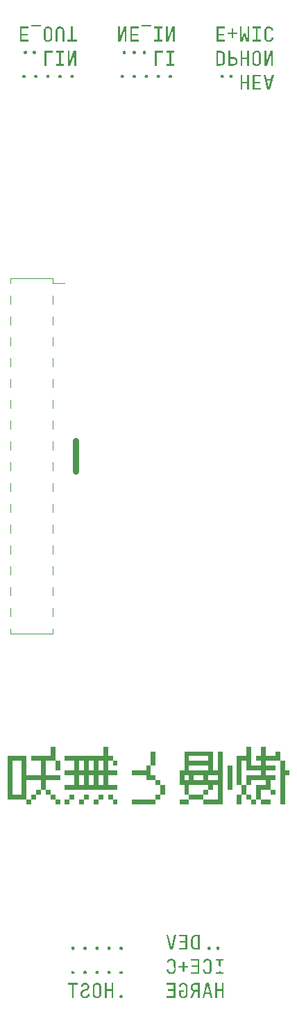
<source format=gbr>
%TF.GenerationSoftware,KiCad,Pcbnew,8.0.1*%
%TF.CreationDate,2024-03-28T17:00:14+01:00*%
%TF.ProjectId,KLST_CATERPILLAR,4b4c5354-5f43-4415-9445-5250494c4c41,rev?*%
%TF.SameCoordinates,Original*%
%TF.FileFunction,Legend,Bot*%
%TF.FilePolarity,Positive*%
%FSLAX46Y46*%
G04 Gerber Fmt 4.6, Leading zero omitted, Abs format (unit mm)*
G04 Created by KiCad (PCBNEW 8.0.1) date 2024-03-28 17:00:14*
%MOMM*%
%LPD*%
G01*
G04 APERTURE LIST*
%ADD10C,0.150000*%
%ADD11C,0.062500*%
%ADD12C,0.120000*%
%ADD13C,0.750000*%
%ADD14C,1.600000*%
%ADD15C,0.650000*%
%ADD16O,1.000000X2.100000*%
%ADD17O,1.000000X1.600000*%
%ADD18C,1.500000*%
%ADD19R,3.500000X1.020000*%
%ADD20C,0.990000*%
%ADD21C,0.787000*%
G04 APERTURE END LIST*
D10*
G36*
X66932989Y-166159856D02*
G01*
X67019708Y-166144174D01*
X67079596Y-166104290D01*
X67124180Y-166031020D01*
X67134734Y-165959821D01*
X67120949Y-165875084D01*
X67079596Y-165808085D01*
X67005860Y-165760736D01*
X66932989Y-165749528D01*
X66846390Y-165766054D01*
X66786810Y-165808085D01*
X66741880Y-165884706D01*
X66731245Y-165959821D01*
X66746927Y-166044660D01*
X66786810Y-166104290D01*
X66860200Y-166149220D01*
X66932989Y-166159856D01*
G37*
G36*
X65464357Y-166159856D02*
G01*
X65551076Y-166144174D01*
X65610964Y-166104290D01*
X65655548Y-166031020D01*
X65666101Y-165959821D01*
X65652317Y-165875084D01*
X65610964Y-165808085D01*
X65537228Y-165760736D01*
X65464357Y-165749528D01*
X65377758Y-165766054D01*
X65318178Y-165808085D01*
X65273248Y-165884706D01*
X65262612Y-165959821D01*
X65278294Y-166044660D01*
X65318178Y-166104290D01*
X65391568Y-166149220D01*
X65464357Y-166159856D01*
G37*
G36*
X63995725Y-166159856D02*
G01*
X64082444Y-166144174D01*
X64142331Y-166104290D01*
X64186916Y-166031020D01*
X64197469Y-165959821D01*
X64183685Y-165875084D01*
X64142331Y-165808085D01*
X64068596Y-165760736D01*
X63995725Y-165749528D01*
X63909126Y-165766054D01*
X63849545Y-165808085D01*
X63804616Y-165884706D01*
X63793980Y-165959821D01*
X63809662Y-166044660D01*
X63849545Y-166104290D01*
X63922936Y-166149220D01*
X63995725Y-166159856D01*
G37*
G36*
X62527092Y-166159856D02*
G01*
X62613812Y-166144174D01*
X62673699Y-166104290D01*
X62718283Y-166031020D01*
X62728837Y-165959821D01*
X62715053Y-165875084D01*
X62673699Y-165808085D01*
X62599963Y-165760736D01*
X62527092Y-165749528D01*
X62440494Y-165766054D01*
X62380913Y-165808085D01*
X62335983Y-165884706D01*
X62325348Y-165959821D01*
X62341030Y-166044660D01*
X62380913Y-166104290D01*
X62454303Y-166149220D01*
X62527092Y-166159856D01*
G37*
G36*
X61058460Y-166159856D02*
G01*
X61145179Y-166144174D01*
X61205067Y-166104290D01*
X61249651Y-166031020D01*
X61260205Y-165959821D01*
X61246420Y-165875084D01*
X61205067Y-165808085D01*
X61131331Y-165760736D01*
X61058460Y-165749528D01*
X60971862Y-165766054D01*
X60912281Y-165808085D01*
X60867351Y-165884706D01*
X60856716Y-165959821D01*
X60872398Y-166044660D01*
X60912281Y-166104290D01*
X60985671Y-166149220D01*
X61058460Y-166159856D01*
G37*
G36*
X66932989Y-169099856D02*
G01*
X67019708Y-169084174D01*
X67079596Y-169044290D01*
X67124180Y-168971020D01*
X67134734Y-168899821D01*
X67120949Y-168815084D01*
X67079596Y-168748085D01*
X67005860Y-168700736D01*
X66932989Y-168689528D01*
X66846390Y-168706054D01*
X66786810Y-168748085D01*
X66741880Y-168824706D01*
X66731245Y-168899821D01*
X66746927Y-168984660D01*
X66786810Y-169044290D01*
X66860200Y-169089220D01*
X66932989Y-169099856D01*
G37*
G36*
X65464357Y-169099856D02*
G01*
X65551076Y-169084174D01*
X65610964Y-169044290D01*
X65655548Y-168971020D01*
X65666101Y-168899821D01*
X65652317Y-168815084D01*
X65610964Y-168748085D01*
X65537228Y-168700736D01*
X65464357Y-168689528D01*
X65377758Y-168706054D01*
X65318178Y-168748085D01*
X65273248Y-168824706D01*
X65262612Y-168899821D01*
X65278294Y-168984660D01*
X65318178Y-169044290D01*
X65391568Y-169089220D01*
X65464357Y-169099856D01*
G37*
G36*
X63995725Y-169099856D02*
G01*
X64082444Y-169084174D01*
X64142331Y-169044290D01*
X64186916Y-168971020D01*
X64197469Y-168899821D01*
X64183685Y-168815084D01*
X64142331Y-168748085D01*
X64068596Y-168700736D01*
X63995725Y-168689528D01*
X63909126Y-168706054D01*
X63849545Y-168748085D01*
X63804616Y-168824706D01*
X63793980Y-168899821D01*
X63809662Y-168984660D01*
X63849545Y-169044290D01*
X63922936Y-169089220D01*
X63995725Y-169099856D01*
G37*
G36*
X62527092Y-169099856D02*
G01*
X62613812Y-169084174D01*
X62673699Y-169044290D01*
X62718283Y-168971020D01*
X62728837Y-168899821D01*
X62715053Y-168815084D01*
X62673699Y-168748085D01*
X62599963Y-168700736D01*
X62527092Y-168689528D01*
X62440494Y-168706054D01*
X62380913Y-168748085D01*
X62335983Y-168824706D01*
X62325348Y-168899821D01*
X62341030Y-168984660D01*
X62380913Y-169044290D01*
X62454303Y-169089220D01*
X62527092Y-169099856D01*
G37*
G36*
X61058460Y-169099856D02*
G01*
X61145179Y-169084174D01*
X61205067Y-169044290D01*
X61249651Y-168971020D01*
X61260205Y-168899821D01*
X61246420Y-168815084D01*
X61205067Y-168748085D01*
X61131331Y-168700736D01*
X61058460Y-168689528D01*
X60971862Y-168706054D01*
X60912281Y-168748085D01*
X60867351Y-168824706D01*
X60856716Y-168899821D01*
X60872398Y-168984660D01*
X60912281Y-169044290D01*
X60985671Y-169089220D01*
X61058460Y-169099856D01*
G37*
G36*
X66932989Y-172039856D02*
G01*
X67019708Y-172024174D01*
X67079596Y-171984290D01*
X67124180Y-171911020D01*
X67134734Y-171839821D01*
X67120949Y-171755084D01*
X67079596Y-171688085D01*
X67005860Y-171640736D01*
X66932989Y-171629528D01*
X66846390Y-171646054D01*
X66786810Y-171688085D01*
X66741880Y-171764706D01*
X66731245Y-171839821D01*
X66746927Y-171924660D01*
X66786810Y-171984290D01*
X66860200Y-172029220D01*
X66932989Y-172039856D01*
G37*
G36*
X65973847Y-172012501D02*
G01*
X65973847Y-170207057D01*
X65752441Y-170207057D01*
X65752441Y-170973003D01*
X65176272Y-170973003D01*
X65176272Y-170207057D01*
X64954866Y-170207057D01*
X64954866Y-172012501D01*
X65176272Y-172012501D01*
X65176272Y-171172183D01*
X65752441Y-171172183D01*
X65752441Y-172012501D01*
X65973847Y-172012501D01*
G37*
G36*
X64054422Y-170181913D02*
G01*
X64149590Y-170196420D01*
X64235144Y-170224467D01*
X64311086Y-170266053D01*
X64377415Y-170321180D01*
X64425060Y-170378371D01*
X64468186Y-170455958D01*
X64497896Y-170545244D01*
X64512682Y-170631086D01*
X64517611Y-170725524D01*
X64517611Y-171494034D01*
X64514188Y-171573216D01*
X64501044Y-171660411D01*
X64473252Y-171751351D01*
X64432042Y-171830673D01*
X64377415Y-171898378D01*
X64331018Y-171939136D01*
X64257823Y-171984591D01*
X64175015Y-172016506D01*
X64082594Y-172034882D01*
X63995725Y-172039856D01*
X63937034Y-172037645D01*
X63841910Y-172023138D01*
X63756440Y-171995091D01*
X63680624Y-171953505D01*
X63614462Y-171898378D01*
X63566672Y-171841056D01*
X63523414Y-171763394D01*
X63493614Y-171674113D01*
X63478783Y-171588341D01*
X63475206Y-171520107D01*
X63695245Y-171520107D01*
X63701398Y-171601082D01*
X63725632Y-171684899D01*
X63773036Y-171757328D01*
X63821929Y-171797618D01*
X63903845Y-171830827D01*
X63995725Y-171840676D01*
X64055135Y-171836687D01*
X64142800Y-171811292D01*
X64217558Y-171757328D01*
X64262334Y-171691693D01*
X64288524Y-171609390D01*
X64296204Y-171520107D01*
X64296204Y-170699451D01*
X64289983Y-170618476D01*
X64265483Y-170534659D01*
X64217558Y-170462230D01*
X64168042Y-170421940D01*
X64086347Y-170388731D01*
X63995725Y-170378882D01*
X63935397Y-170382871D01*
X63847111Y-170408266D01*
X63773036Y-170462230D01*
X63728747Y-170527865D01*
X63702842Y-170610168D01*
X63695245Y-170699451D01*
X63695245Y-171520107D01*
X63475206Y-171520107D01*
X63473839Y-171494034D01*
X63473839Y-170722959D01*
X63477272Y-170644403D01*
X63490455Y-170557850D01*
X63518333Y-170467506D01*
X63559668Y-170388616D01*
X63614462Y-170321180D01*
X63660735Y-170280422D01*
X63733793Y-170234967D01*
X63816505Y-170203052D01*
X63908871Y-170184676D01*
X63995725Y-170179702D01*
X64054422Y-170181913D01*
G37*
G36*
X62517262Y-172039856D02*
G01*
X62611469Y-172034972D01*
X62698223Y-172020321D01*
X62790016Y-171990883D01*
X62871664Y-171948151D01*
X62933574Y-171900943D01*
X62993863Y-171835011D01*
X63039345Y-171759139D01*
X63070018Y-171673328D01*
X63085884Y-171577576D01*
X63088301Y-171518397D01*
X62866895Y-171518397D01*
X62857545Y-171606537D01*
X62825662Y-171688642D01*
X62771152Y-171755191D01*
X62697762Y-171803860D01*
X62609826Y-171832328D01*
X62517262Y-171840676D01*
X62427903Y-171831952D01*
X62343493Y-171802204D01*
X62273629Y-171751344D01*
X62218151Y-171676711D01*
X62189789Y-171594887D01*
X62182588Y-171518397D01*
X62193632Y-171428509D01*
X62226766Y-171349584D01*
X62240290Y-171329048D01*
X62300515Y-171268098D01*
X62380212Y-171226620D01*
X62406559Y-171218345D01*
X62679683Y-171141408D01*
X62760199Y-171111756D01*
X62839923Y-171066773D01*
X62908152Y-171009484D01*
X62947251Y-170964454D01*
X62994153Y-170888949D01*
X63025705Y-170806209D01*
X63041908Y-170716233D01*
X63044277Y-170663120D01*
X63038016Y-170576742D01*
X63016665Y-170489536D01*
X62980163Y-170410512D01*
X62930024Y-170341043D01*
X62861502Y-170278391D01*
X62800644Y-170240397D01*
X62716919Y-170205841D01*
X62625011Y-170185629D01*
X62534359Y-170179702D01*
X62442496Y-170185629D01*
X62357645Y-170203411D01*
X62272409Y-170236662D01*
X62265081Y-170240397D01*
X62190575Y-170287730D01*
X62128090Y-170346276D01*
X62081716Y-170409229D01*
X62043753Y-170487271D01*
X62021549Y-170573292D01*
X62015037Y-170658418D01*
X62236443Y-170658418D01*
X62248224Y-170572205D01*
X62287576Y-170493323D01*
X62320219Y-170457101D01*
X62395975Y-170406457D01*
X62479553Y-170382625D01*
X62534359Y-170378882D01*
X62625480Y-170389882D01*
X62708459Y-170426623D01*
X62746361Y-170457101D01*
X62798942Y-170527925D01*
X62824717Y-170613986D01*
X62827572Y-170658846D01*
X62815927Y-170745612D01*
X62777832Y-170824499D01*
X62774571Y-170828961D01*
X62710778Y-170888693D01*
X62631369Y-170925089D01*
X62625400Y-170926841D01*
X62345009Y-171005915D01*
X62260059Y-171036208D01*
X62185152Y-171077508D01*
X62112889Y-171137127D01*
X62065473Y-171193127D01*
X62017332Y-171274568D01*
X61984946Y-171364055D01*
X61969385Y-171450355D01*
X61965883Y-171519252D01*
X61971158Y-171605134D01*
X61990644Y-171696746D01*
X62024487Y-171779113D01*
X62072689Y-171852235D01*
X62115910Y-171898805D01*
X62186393Y-171953765D01*
X62266572Y-171995227D01*
X62356445Y-172023189D01*
X62441195Y-172036412D01*
X62517262Y-172039856D01*
G37*
G36*
X61169163Y-172012501D02*
G01*
X61169163Y-170406237D01*
X61661557Y-170406237D01*
X61661557Y-170207057D01*
X60455364Y-170207057D01*
X60455364Y-170406237D01*
X60947757Y-170406237D01*
X60947757Y-172012501D01*
X61169163Y-172012501D01*
G37*
D11*
G36*
X85157710Y-148398098D02*
G01*
X85157710Y-147807030D01*
X83982902Y-147807030D01*
X83982902Y-148398098D01*
X85157710Y-148398098D01*
G37*
G36*
X85741450Y-147223290D02*
G01*
X85741450Y-146639549D01*
X85157710Y-146639549D01*
X85157710Y-147223290D01*
X85741450Y-147223290D01*
G37*
G36*
X85741450Y-145464741D02*
G01*
X85741450Y-144881001D01*
X84566642Y-144881001D01*
X84566642Y-144289933D01*
X85741450Y-144289933D01*
X85741450Y-143706193D01*
X84566642Y-143706193D01*
X84566642Y-143122452D01*
X86325190Y-143122452D01*
X86325190Y-148398098D01*
X86916258Y-148398098D01*
X86916258Y-144881001D01*
X87499999Y-144881001D01*
X87499999Y-144289933D01*
X86916258Y-144289933D01*
X86916258Y-143122452D01*
X86325190Y-143122452D01*
X86325190Y-141947644D01*
X85741450Y-141947644D01*
X85741450Y-142531385D01*
X84566642Y-142531385D01*
X84566642Y-141363904D01*
X83982902Y-141363904D01*
X83982902Y-142531385D01*
X83399161Y-142531385D01*
X83399161Y-143122452D01*
X83982902Y-143122452D01*
X83982902Y-143706193D01*
X82808093Y-143706193D01*
X82808093Y-141363904D01*
X82224353Y-141363904D01*
X82224353Y-142531385D01*
X81049545Y-142531385D01*
X81049545Y-146048482D01*
X81640613Y-146048482D01*
X81640613Y-147223290D01*
X81049545Y-147223290D01*
X81049545Y-148398098D01*
X81640613Y-148398098D01*
X81640613Y-147223290D01*
X82224353Y-147223290D01*
X82224353Y-147807030D01*
X82808093Y-147807030D01*
X82808093Y-148398098D01*
X83399161Y-148398098D01*
X83399161Y-147807030D01*
X82808093Y-147807030D01*
X82808093Y-147223290D01*
X82224353Y-147223290D01*
X82224353Y-146048482D01*
X81640613Y-146048482D01*
X81640613Y-143122452D01*
X82224353Y-143122452D01*
X82224353Y-144289933D01*
X83982902Y-144289933D01*
X83982902Y-144881001D01*
X82224353Y-144881001D01*
X82224353Y-146048482D01*
X82808093Y-146048482D01*
X82808093Y-145464741D01*
X84566642Y-145464741D01*
X84566642Y-146048482D01*
X83399161Y-146048482D01*
X83399161Y-147807030D01*
X83982902Y-147807030D01*
X83982902Y-146639549D01*
X85157710Y-146639549D01*
X85157710Y-145464741D01*
X85741450Y-145464741D01*
G37*
G36*
X75224353Y-148398098D02*
G01*
X74049545Y-148398098D01*
X74049545Y-147807030D01*
X75224353Y-147807030D01*
X75224353Y-148398098D01*
G37*
G36*
X78157710Y-144289933D02*
G01*
X78741450Y-144289933D01*
X78741450Y-141947644D01*
X79325190Y-141947644D01*
X79325190Y-148398098D01*
X76982902Y-148398098D01*
X76982902Y-147807030D01*
X75224353Y-147807030D01*
X75224353Y-147223290D01*
X76982902Y-147223290D01*
X76982902Y-147807030D01*
X78741450Y-147807030D01*
X78741450Y-146048482D01*
X78157710Y-146048482D01*
X78157710Y-146639549D01*
X77566642Y-146639549D01*
X77566642Y-147223290D01*
X76982902Y-147223290D01*
X76982902Y-146639549D01*
X77566642Y-146639549D01*
X77566642Y-146048482D01*
X75224353Y-146048482D01*
X75224353Y-147223290D01*
X74640613Y-147223290D01*
X74640613Y-146048482D01*
X74049545Y-146048482D01*
X74049545Y-144881001D01*
X74640613Y-144881001D01*
X74640613Y-145464741D01*
X75224353Y-145464741D01*
X75224353Y-144881001D01*
X75808093Y-144881001D01*
X75808093Y-145464741D01*
X76982902Y-145464741D01*
X76982902Y-144881001D01*
X77566642Y-144881001D01*
X77566642Y-145464741D01*
X78741450Y-145464741D01*
X78741450Y-144881001D01*
X77566642Y-144881001D01*
X76982902Y-144881001D01*
X75808093Y-144881001D01*
X75224353Y-144881001D01*
X74640613Y-144881001D01*
X74049545Y-144881001D01*
X74049545Y-144289933D01*
X74640613Y-144289933D01*
X74640613Y-143706193D01*
X75224353Y-143706193D01*
X75224353Y-144289933D01*
X77566642Y-144289933D01*
X77566642Y-143706193D01*
X75224353Y-143706193D01*
X74640613Y-143706193D01*
X74640613Y-142531385D01*
X75224353Y-142531385D01*
X75224353Y-143122452D01*
X77566642Y-143122452D01*
X77566642Y-142531385D01*
X75224353Y-142531385D01*
X74640613Y-142531385D01*
X74640613Y-141947644D01*
X78157710Y-141947644D01*
X78157710Y-144289933D01*
G37*
G36*
X80499999Y-146639549D02*
G01*
X79916258Y-146639549D01*
X79916258Y-143706193D01*
X80499999Y-143706193D01*
X80499999Y-146639549D01*
G37*
G36*
X68224353Y-148398098D02*
G01*
X71157710Y-148398098D01*
X71157710Y-147807030D01*
X68224353Y-147807030D01*
X68224353Y-148398098D01*
G37*
G36*
X71157710Y-147807030D02*
G01*
X71741450Y-147807030D01*
X71741450Y-147223290D01*
X71157710Y-147223290D01*
X71157710Y-147807030D01*
G37*
G36*
X71741450Y-147223290D02*
G01*
X72325190Y-147223290D01*
X72325190Y-146048482D01*
X71741450Y-146048482D01*
X71741450Y-147223290D01*
G37*
G36*
X71741450Y-146048482D02*
G01*
X71741450Y-145464741D01*
X71157710Y-145464741D01*
X71157710Y-146048482D01*
X71741450Y-146048482D01*
G37*
G36*
X69982902Y-145464741D02*
G01*
X71157710Y-145464741D01*
X71157710Y-144881001D01*
X70566642Y-144881001D01*
X70566642Y-143706193D01*
X69982902Y-143706193D01*
X69982902Y-144289933D01*
X68224353Y-144289933D01*
X68224353Y-144881001D01*
X69982902Y-144881001D01*
X69982902Y-145464741D01*
G37*
G36*
X70566642Y-143706193D02*
G01*
X71157710Y-143706193D01*
X71157710Y-141947644D01*
X70566642Y-141947644D01*
X70566642Y-143706193D01*
G37*
G36*
X61224353Y-147807030D02*
G01*
X60640613Y-147807030D01*
X60640613Y-148398098D01*
X60049545Y-148398098D01*
X60049545Y-147807030D01*
X60640613Y-147807030D01*
X60640613Y-147223290D01*
X61224353Y-147223290D01*
X61224353Y-147807030D01*
G37*
G36*
X62982902Y-147807030D02*
G01*
X62399161Y-147807030D01*
X62399161Y-148398098D01*
X61808093Y-148398098D01*
X61808093Y-147807030D01*
X62399161Y-147807030D01*
X62399161Y-147223290D01*
X62982902Y-147223290D01*
X62982902Y-147807030D01*
G37*
G36*
X64741450Y-147807030D02*
G01*
X64157710Y-147807030D01*
X64157710Y-148398098D01*
X63566642Y-148398098D01*
X63566642Y-147807030D01*
X64157710Y-147807030D01*
X64157710Y-147223290D01*
X64741450Y-147223290D01*
X64741450Y-147807030D01*
G37*
G36*
X66499999Y-148398098D02*
G01*
X65916258Y-148398098D01*
X65916258Y-147807030D01*
X66499999Y-147807030D01*
X66499999Y-148398098D01*
G37*
G36*
X65916258Y-147807030D02*
G01*
X65325190Y-147807030D01*
X65325190Y-147223290D01*
X65916258Y-147223290D01*
X65916258Y-147807030D01*
G37*
G36*
X65325190Y-142531385D02*
G01*
X65916258Y-142531385D01*
X65916258Y-143122452D01*
X65325190Y-143122452D01*
X65325190Y-144289933D01*
X66499999Y-144289933D01*
X66499999Y-144881001D01*
X65325190Y-144881001D01*
X65325190Y-146048482D01*
X66499999Y-146048482D01*
X66499999Y-146639549D01*
X60049545Y-146639549D01*
X60049545Y-146048482D01*
X61224353Y-146048482D01*
X61224353Y-144881001D01*
X61808093Y-144881001D01*
X61808093Y-146048482D01*
X62399161Y-146048482D01*
X62399161Y-144881001D01*
X62982902Y-144881001D01*
X62982902Y-146048482D01*
X63566642Y-146048482D01*
X63566642Y-144881001D01*
X64157710Y-144881001D01*
X64157710Y-146048482D01*
X64741450Y-146048482D01*
X64741450Y-144881001D01*
X64157710Y-144881001D01*
X63566642Y-144881001D01*
X62982902Y-144881001D01*
X62399161Y-144881001D01*
X61808093Y-144881001D01*
X61224353Y-144881001D01*
X60049545Y-144881001D01*
X60049545Y-144289933D01*
X61224353Y-144289933D01*
X61224353Y-143122452D01*
X61808093Y-143122452D01*
X61808093Y-144289933D01*
X62399161Y-144289933D01*
X62399161Y-143122452D01*
X62982902Y-143122452D01*
X62982902Y-144289933D01*
X63566642Y-144289933D01*
X63566642Y-143122452D01*
X64157710Y-143122452D01*
X64157710Y-144289933D01*
X64741450Y-144289933D01*
X64741450Y-143122452D01*
X64157710Y-143122452D01*
X63566642Y-143122452D01*
X62982902Y-143122452D01*
X62399161Y-143122452D01*
X61808093Y-143122452D01*
X61224353Y-143122452D01*
X60049545Y-143122452D01*
X60049545Y-142531385D01*
X64741450Y-142531385D01*
X64741450Y-141363904D01*
X65325190Y-141363904D01*
X65325190Y-142531385D01*
G37*
G36*
X66499999Y-143122452D02*
G01*
X66499999Y-143706193D01*
X65916258Y-143706193D01*
X65916258Y-143122452D01*
X66499999Y-143122452D01*
G37*
G36*
X55982902Y-147807030D02*
G01*
X55982902Y-148398098D01*
X55399161Y-148398098D01*
X55399161Y-147807030D01*
X55982902Y-147807030D01*
G37*
G36*
X59499999Y-148398098D02*
G01*
X58916258Y-148398098D01*
X58916258Y-147807030D01*
X59499999Y-147807030D01*
X59499999Y-148398098D01*
G37*
G36*
X58916258Y-143122452D02*
G01*
X57741450Y-143122452D01*
X57741450Y-144881001D01*
X59499999Y-144881001D01*
X59499999Y-145464741D01*
X57741450Y-145464741D01*
X57741450Y-146639549D01*
X57157710Y-146639549D01*
X57157710Y-147223290D01*
X56566642Y-147223290D01*
X56566642Y-147807030D01*
X55982902Y-147807030D01*
X55982902Y-147223290D01*
X56566642Y-147223290D01*
X56566642Y-146639549D01*
X57157710Y-146639549D01*
X57157710Y-145464741D01*
X55399161Y-145464741D01*
X55399161Y-147807030D01*
X53049545Y-147807030D01*
X53049545Y-143122452D01*
X53640613Y-143122452D01*
X53640613Y-147223290D01*
X54808093Y-147223290D01*
X54808093Y-143122452D01*
X53640613Y-143122452D01*
X53049545Y-143122452D01*
X53049545Y-142531385D01*
X55399161Y-142531385D01*
X55399161Y-144881001D01*
X57157710Y-144881001D01*
X57157710Y-143122452D01*
X55982902Y-143122452D01*
X55982902Y-142531385D01*
X58325190Y-142531385D01*
X58325190Y-141363904D01*
X58916258Y-141363904D01*
X58916258Y-143122452D01*
G37*
G36*
X58916258Y-147223290D02*
G01*
X58916258Y-147807030D01*
X58325190Y-147807030D01*
X58325190Y-147223290D01*
X58916258Y-147223290D01*
G37*
G36*
X58325190Y-146639549D02*
G01*
X58325190Y-147223290D01*
X57741450Y-147223290D01*
X57741450Y-146639549D01*
X58325190Y-146639549D01*
G37*
G36*
X59499999Y-143122452D02*
G01*
X59499999Y-144289933D01*
X58916258Y-144289933D01*
X58916258Y-143122452D01*
X59499999Y-143122452D01*
G37*
D10*
G36*
X79260206Y-59400143D02*
G01*
X79173607Y-59415825D01*
X79114027Y-59455709D01*
X79069097Y-59528979D01*
X79058461Y-59600178D01*
X79072353Y-59684915D01*
X79114027Y-59751914D01*
X79187417Y-59799263D01*
X79260206Y-59810471D01*
X79346925Y-59793945D01*
X79406813Y-59751914D01*
X79451397Y-59675293D01*
X79461951Y-59600178D01*
X79446389Y-59515339D01*
X79406813Y-59455709D01*
X79333077Y-59410779D01*
X79260206Y-59400143D01*
G37*
G36*
X80338599Y-59400143D02*
G01*
X80251880Y-59415825D01*
X80191992Y-59455709D01*
X80147408Y-59528979D01*
X80136855Y-59600178D01*
X80150639Y-59684915D01*
X80191992Y-59751914D01*
X80265728Y-59799263D01*
X80338599Y-59810471D01*
X80425198Y-59793945D01*
X80484779Y-59751914D01*
X80529708Y-59675293D01*
X80540344Y-59600178D01*
X80524662Y-59515339D01*
X80484779Y-59455709D01*
X80411388Y-59410779D01*
X80338599Y-59400143D01*
G37*
G36*
X81494784Y-59427499D02*
G01*
X81494784Y-61232942D01*
X81716190Y-61232942D01*
X81716190Y-60466996D01*
X82292359Y-60466996D01*
X82292359Y-61232942D01*
X82513765Y-61232942D01*
X82513765Y-59427499D01*
X82292359Y-59427499D01*
X82292359Y-60267816D01*
X81716190Y-60267816D01*
X81716190Y-59427499D01*
X81494784Y-59427499D01*
G37*
G36*
X82980513Y-59427499D02*
G01*
X82980513Y-61232942D01*
X84014454Y-61232942D01*
X84014454Y-61033762D01*
X83199782Y-61033762D01*
X83199782Y-60474690D01*
X83928542Y-60474690D01*
X83928542Y-60275510D01*
X83199782Y-60275510D01*
X83199782Y-59626679D01*
X84014454Y-59626679D01*
X84014454Y-59427499D01*
X82980513Y-59427499D01*
G37*
G36*
X84670551Y-59912198D02*
G01*
X85214663Y-59912198D01*
X85333060Y-59427499D01*
X85557031Y-59427499D01*
X85091565Y-61232942D01*
X84793650Y-61232942D01*
X84503169Y-60111378D01*
X84715004Y-60111378D01*
X84853062Y-60656773D01*
X84873795Y-60738544D01*
X84895370Y-60828110D01*
X84914184Y-60912800D01*
X84924228Y-60960191D01*
X84941539Y-61047867D01*
X84950835Y-60998499D01*
X84968467Y-60912800D01*
X84985767Y-60835434D01*
X85007108Y-60746148D01*
X85030016Y-60654636D01*
X85168074Y-60111378D01*
X84715004Y-60111378D01*
X84503169Y-60111378D01*
X84326047Y-59427499D01*
X84552582Y-59427499D01*
X84670551Y-59912198D01*
G37*
G36*
X79063370Y-56488540D02*
G01*
X79154488Y-56498503D01*
X79237965Y-56519014D01*
X79321755Y-56554177D01*
X79329634Y-56558398D01*
X79402313Y-56606584D01*
X79469435Y-56672123D01*
X79518798Y-56743099D01*
X79531325Y-56766479D01*
X79564184Y-56849894D01*
X79583351Y-56941740D01*
X79588896Y-57031611D01*
X79588896Y-57751394D01*
X79588280Y-57782022D01*
X79579038Y-57869263D01*
X79555764Y-57958029D01*
X79518798Y-58038196D01*
X79514361Y-58045730D01*
X79463889Y-58115186D01*
X79395544Y-58179247D01*
X79321755Y-58226263D01*
X79289371Y-58241891D01*
X79201807Y-58271844D01*
X79114934Y-58287667D01*
X79020421Y-58292942D01*
X78554955Y-58292942D01*
X78554955Y-56686679D01*
X78776361Y-56686679D01*
X78776361Y-58093762D01*
X79020421Y-58093762D01*
X79115089Y-58084829D01*
X79203410Y-58054369D01*
X79275166Y-58002293D01*
X79327729Y-57931469D01*
X79358474Y-57844180D01*
X79367490Y-57750539D01*
X79367490Y-57032465D01*
X79358474Y-56937430D01*
X79327729Y-56849090D01*
X79275166Y-56777720D01*
X79263352Y-56766696D01*
X79188584Y-56718774D01*
X79106238Y-56693880D01*
X79020421Y-56686679D01*
X78776361Y-56686679D01*
X78554955Y-56686679D01*
X78554955Y-56487499D01*
X79020421Y-56487499D01*
X79063370Y-56488540D01*
G37*
G36*
X80244993Y-57245750D02*
G01*
X80602320Y-57245750D01*
X80678232Y-57249225D01*
X80762742Y-57262569D01*
X80852259Y-57290785D01*
X80931999Y-57332623D01*
X81001963Y-57388083D01*
X81044937Y-57435033D01*
X81092864Y-57508617D01*
X81126515Y-57591364D01*
X81145890Y-57683273D01*
X81151134Y-57769346D01*
X81148803Y-57827469D01*
X81133507Y-57921953D01*
X81103935Y-58007233D01*
X81060087Y-58083309D01*
X81001963Y-58150182D01*
X80952986Y-58191309D01*
X80876039Y-58237176D01*
X80789316Y-58269381D01*
X80692816Y-58287923D01*
X80602320Y-58292942D01*
X80023587Y-58292942D01*
X80023587Y-57444930D01*
X80244993Y-57444930D01*
X80244993Y-58093762D01*
X80602320Y-58093762D01*
X80679261Y-58086864D01*
X80760902Y-58059701D01*
X80834412Y-58006567D01*
X80884299Y-57939196D01*
X80913477Y-57856976D01*
X80922034Y-57769346D01*
X80915103Y-57690858D01*
X80887807Y-57607693D01*
X80834412Y-57532980D01*
X80780801Y-57490417D01*
X80695119Y-57455335D01*
X80602320Y-57444930D01*
X80244993Y-57444930D01*
X80023587Y-57444930D01*
X80023587Y-56487499D01*
X80244993Y-56487499D01*
X80244993Y-57245750D01*
G37*
G36*
X81494784Y-56487499D02*
G01*
X81494784Y-58292942D01*
X81716190Y-58292942D01*
X81716190Y-57526996D01*
X82292359Y-57526996D01*
X82292359Y-58292942D01*
X82513765Y-58292942D01*
X82513765Y-56487499D01*
X82292359Y-56487499D01*
X82292359Y-57327816D01*
X81716190Y-57327816D01*
X81716190Y-56487499D01*
X81494784Y-56487499D01*
G37*
G36*
X83531597Y-56462354D02*
G01*
X83626721Y-56476861D01*
X83712191Y-56504908D01*
X83788007Y-56546494D01*
X83854170Y-56601621D01*
X83901959Y-56658943D01*
X83945217Y-56736605D01*
X83975017Y-56825886D01*
X83989849Y-56911658D01*
X83994792Y-57005965D01*
X83994792Y-57777040D01*
X83991359Y-57855596D01*
X83978176Y-57942149D01*
X83950299Y-58032493D01*
X83908963Y-58111383D01*
X83854170Y-58178819D01*
X83807896Y-58219577D01*
X83734838Y-58265032D01*
X83652126Y-58296947D01*
X83559761Y-58315323D01*
X83472907Y-58320297D01*
X83414209Y-58318086D01*
X83319042Y-58303579D01*
X83233487Y-58275532D01*
X83157545Y-58233946D01*
X83091216Y-58178819D01*
X83043572Y-58121628D01*
X83000445Y-58044041D01*
X82970736Y-57954755D01*
X82955949Y-57868913D01*
X82952382Y-57800548D01*
X83172427Y-57800548D01*
X83178648Y-57881523D01*
X83203148Y-57965340D01*
X83251073Y-58037769D01*
X83300590Y-58078059D01*
X83382285Y-58111268D01*
X83472907Y-58121117D01*
X83533234Y-58117128D01*
X83621521Y-58091733D01*
X83695595Y-58037769D01*
X83739884Y-57972134D01*
X83765790Y-57889831D01*
X83773386Y-57800548D01*
X83773386Y-56979892D01*
X83767233Y-56898917D01*
X83742999Y-56815100D01*
X83695595Y-56742671D01*
X83646702Y-56702381D01*
X83564787Y-56669172D01*
X83472907Y-56659323D01*
X83413497Y-56663312D01*
X83325831Y-56688707D01*
X83251073Y-56742671D01*
X83206297Y-56808306D01*
X83180107Y-56890609D01*
X83172427Y-56979892D01*
X83172427Y-57800548D01*
X82952382Y-57800548D01*
X82951021Y-57774475D01*
X82951021Y-57005965D01*
X82954443Y-56926783D01*
X82967587Y-56839588D01*
X82995379Y-56748648D01*
X83036589Y-56669326D01*
X83091216Y-56601621D01*
X83137613Y-56560863D01*
X83210808Y-56515408D01*
X83293616Y-56483493D01*
X83386037Y-56465117D01*
X83472907Y-56460143D01*
X83531597Y-56462354D01*
G37*
G36*
X84424355Y-56487499D02*
G01*
X84424355Y-58292942D01*
X84720133Y-58292942D01*
X85268946Y-56744808D01*
X85262401Y-56833299D01*
X85257833Y-56896972D01*
X85252693Y-56983989D01*
X85248492Y-57075138D01*
X85248003Y-57087603D01*
X85245373Y-57173365D01*
X85244190Y-57260532D01*
X85244156Y-57277380D01*
X85244156Y-58292942D01*
X85458723Y-58292942D01*
X85458723Y-56487499D01*
X85162945Y-56487499D01*
X84616696Y-58020244D01*
X84622573Y-57934492D01*
X84626099Y-57871501D01*
X84630626Y-57785592D01*
X84634589Y-57695363D01*
X84635075Y-57683006D01*
X84637836Y-57591826D01*
X84638907Y-57504214D01*
X84638922Y-57492802D01*
X84638922Y-56487499D01*
X84424355Y-56487499D01*
G37*
G36*
X78574616Y-53547499D02*
G01*
X78574616Y-55352942D01*
X79608557Y-55352942D01*
X79608557Y-55153762D01*
X78793885Y-55153762D01*
X78793885Y-54594690D01*
X79522645Y-54594690D01*
X79522645Y-54395510D01*
X78793885Y-54395510D01*
X78793885Y-53746679D01*
X79608557Y-53746679D01*
X79608557Y-53547499D01*
X78574616Y-53547499D01*
G37*
G36*
X80427504Y-53793695D02*
G01*
X80427504Y-54278395D01*
X79956909Y-54278395D01*
X79956909Y-54477575D01*
X80427504Y-54477575D01*
X80427504Y-54969969D01*
X80643781Y-54969969D01*
X80643781Y-54477575D01*
X81114376Y-54477575D01*
X81114376Y-54278395D01*
X80643781Y-54278395D01*
X80643781Y-53793695D01*
X80427504Y-53793695D01*
G37*
G36*
X81443065Y-53547499D02*
G01*
X81443065Y-55352942D01*
X81770473Y-55352942D01*
X81999145Y-54569899D01*
X82238076Y-55352942D01*
X82565483Y-55352942D01*
X82565483Y-53547499D01*
X82351343Y-53547499D01*
X82351343Y-54397219D01*
X82351747Y-54484278D01*
X82352816Y-54570698D01*
X82354552Y-54664047D01*
X82354763Y-54673763D01*
X82357197Y-54762030D01*
X82360172Y-54850837D01*
X82363689Y-54940186D01*
X82365876Y-54990058D01*
X82370373Y-55077682D01*
X82375766Y-55169094D01*
X82382180Y-55262416D01*
X82383400Y-55278570D01*
X82092751Y-54354049D01*
X81900838Y-54354049D01*
X81622584Y-55256344D01*
X81631640Y-55163138D01*
X81639147Y-55065605D01*
X81644444Y-54976714D01*
X81648555Y-54884509D01*
X81649512Y-54857556D01*
X81652509Y-54761439D01*
X81654771Y-54662704D01*
X81656123Y-54575990D01*
X81656935Y-54487353D01*
X81657205Y-54396792D01*
X81657205Y-53547499D01*
X81443065Y-53547499D01*
G37*
G36*
X82992908Y-53547499D02*
G01*
X82992908Y-53746679D01*
X83359639Y-53746679D01*
X83359639Y-55153762D01*
X82992908Y-55153762D01*
X82992908Y-55352942D01*
X83952905Y-55352942D01*
X83952905Y-55153762D01*
X83586174Y-55153762D01*
X83586174Y-53746679D01*
X83952905Y-53746679D01*
X83952905Y-53547499D01*
X82992908Y-53547499D01*
G37*
G36*
X84961200Y-53520143D02*
G01*
X84872513Y-53525027D01*
X84778237Y-53543069D01*
X84693859Y-53574406D01*
X84619381Y-53619038D01*
X84572244Y-53659056D01*
X84516617Y-53724821D01*
X84474654Y-53800567D01*
X84446353Y-53886295D01*
X84431714Y-53982003D01*
X84429484Y-54041174D01*
X84429484Y-54859266D01*
X84434503Y-54946801D01*
X84453045Y-55039657D01*
X84485249Y-55122533D01*
X84531117Y-55195427D01*
X84572244Y-55241384D01*
X84639651Y-55295511D01*
X84716957Y-55336344D01*
X84804163Y-55363882D01*
X84901267Y-55378126D01*
X84961200Y-55380297D01*
X85048290Y-55375383D01*
X85141120Y-55357230D01*
X85224501Y-55325700D01*
X85298432Y-55280794D01*
X85345455Y-55240529D01*
X85401082Y-55174574D01*
X85443045Y-55099006D01*
X85471346Y-55013825D01*
X85485985Y-54919032D01*
X85488215Y-54860548D01*
X85266382Y-54860548D01*
X85258576Y-54949831D01*
X85231959Y-55032134D01*
X85186453Y-55097769D01*
X85117311Y-55148559D01*
X85029775Y-55175908D01*
X84961200Y-55181117D01*
X84868714Y-55171268D01*
X84784755Y-55138059D01*
X84733383Y-55097769D01*
X84683114Y-55025340D01*
X84657415Y-54941523D01*
X84650890Y-54860548D01*
X84650890Y-54039892D01*
X84658946Y-53950609D01*
X84686417Y-53868306D01*
X84733383Y-53802671D01*
X84804088Y-53751881D01*
X84892465Y-53724533D01*
X84961200Y-53719323D01*
X85053384Y-53729172D01*
X85136321Y-53762381D01*
X85186453Y-53802671D01*
X85235160Y-53875160D01*
X85260059Y-53959138D01*
X85266382Y-54040320D01*
X85488215Y-54040320D01*
X85483196Y-53953756D01*
X85464654Y-53861653D01*
X85432450Y-53779123D01*
X85386583Y-53706164D01*
X85345455Y-53659911D01*
X85278273Y-53605451D01*
X85201642Y-53564367D01*
X85115561Y-53536659D01*
X85020031Y-53522327D01*
X84961200Y-53520143D01*
G37*
G36*
X67067010Y-59400143D02*
G01*
X66980291Y-59415825D01*
X66920403Y-59455709D01*
X66875819Y-59528979D01*
X66865265Y-59600178D01*
X66879050Y-59684915D01*
X66920403Y-59751914D01*
X66994139Y-59799263D01*
X67067010Y-59810471D01*
X67153609Y-59793945D01*
X67213189Y-59751914D01*
X67258119Y-59675293D01*
X67268754Y-59600178D01*
X67253072Y-59515339D01*
X67213189Y-59455709D01*
X67139799Y-59410779D01*
X67067010Y-59400143D01*
G37*
G36*
X68535642Y-59400143D02*
G01*
X68448923Y-59415825D01*
X68389035Y-59455709D01*
X68344451Y-59528979D01*
X68333898Y-59600178D01*
X68347682Y-59684915D01*
X68389035Y-59751914D01*
X68462771Y-59799263D01*
X68535642Y-59810471D01*
X68622241Y-59793945D01*
X68681821Y-59751914D01*
X68726751Y-59675293D01*
X68737387Y-59600178D01*
X68721705Y-59515339D01*
X68681821Y-59455709D01*
X68608431Y-59410779D01*
X68535642Y-59400143D01*
G37*
G36*
X70004274Y-59400143D02*
G01*
X69917555Y-59415825D01*
X69857668Y-59455709D01*
X69813083Y-59528979D01*
X69802530Y-59600178D01*
X69816314Y-59684915D01*
X69857668Y-59751914D01*
X69931403Y-59799263D01*
X70004274Y-59810471D01*
X70090873Y-59793945D01*
X70150454Y-59751914D01*
X70195383Y-59675293D01*
X70206019Y-59600178D01*
X70190337Y-59515339D01*
X70150454Y-59455709D01*
X70077063Y-59410779D01*
X70004274Y-59400143D01*
G37*
G36*
X71472907Y-59400143D02*
G01*
X71386187Y-59415825D01*
X71326300Y-59455709D01*
X71281716Y-59528979D01*
X71271162Y-59600178D01*
X71284946Y-59684915D01*
X71326300Y-59751914D01*
X71400036Y-59799263D01*
X71472907Y-59810471D01*
X71559505Y-59793945D01*
X71619086Y-59751914D01*
X71664016Y-59675293D01*
X71674651Y-59600178D01*
X71658969Y-59515339D01*
X71619086Y-59455709D01*
X71545696Y-59410779D01*
X71472907Y-59400143D01*
G37*
G36*
X72941539Y-59400143D02*
G01*
X72854820Y-59415825D01*
X72794932Y-59455709D01*
X72750348Y-59528979D01*
X72739794Y-59600178D01*
X72753579Y-59684915D01*
X72794932Y-59751914D01*
X72868668Y-59799263D01*
X72941539Y-59810471D01*
X73028137Y-59793945D01*
X73087718Y-59751914D01*
X73132648Y-59675293D01*
X73143283Y-59600178D01*
X73127601Y-59515339D01*
X73087718Y-59455709D01*
X73014328Y-59410779D01*
X72941539Y-59400143D01*
G37*
G36*
X67301239Y-56460143D02*
G01*
X67214640Y-56475825D01*
X67155059Y-56515709D01*
X67110130Y-56588979D01*
X67099494Y-56660178D01*
X67113385Y-56744915D01*
X67155059Y-56811914D01*
X67228450Y-56859263D01*
X67301239Y-56870471D01*
X67387958Y-56853945D01*
X67447846Y-56811914D01*
X67492430Y-56735293D01*
X67502983Y-56660178D01*
X67487422Y-56575339D01*
X67447846Y-56515709D01*
X67374110Y-56470779D01*
X67301239Y-56460143D01*
G37*
G36*
X68529658Y-56460143D02*
G01*
X68443060Y-56475825D01*
X68383479Y-56515709D01*
X68338549Y-56588979D01*
X68327914Y-56660178D01*
X68341805Y-56744915D01*
X68383479Y-56811914D01*
X68456869Y-56859263D01*
X68529658Y-56870471D01*
X68616377Y-56853945D01*
X68676265Y-56811914D01*
X68720849Y-56735293D01*
X68731403Y-56660178D01*
X68715841Y-56575339D01*
X68676265Y-56515709D01*
X68602529Y-56470779D01*
X68529658Y-56460143D01*
G37*
G36*
X69758078Y-56460143D02*
G01*
X69671358Y-56475825D01*
X69611471Y-56515709D01*
X69566887Y-56588979D01*
X69556333Y-56660178D01*
X69570117Y-56744915D01*
X69611471Y-56811914D01*
X69685207Y-56859263D01*
X69758078Y-56870471D01*
X69844676Y-56853945D01*
X69904257Y-56811914D01*
X69949187Y-56735293D01*
X69959822Y-56660178D01*
X69944140Y-56575339D01*
X69904257Y-56515709D01*
X69830867Y-56470779D01*
X69758078Y-56460143D01*
G37*
G36*
X71054458Y-56487499D02*
G01*
X71054458Y-58292942D01*
X71275864Y-58292942D01*
X71275864Y-56686679D01*
X72088399Y-56686679D01*
X72088399Y-56487499D01*
X71054458Y-56487499D01*
G37*
G36*
X72461541Y-56487499D02*
G01*
X72461541Y-56686679D01*
X72828271Y-56686679D01*
X72828271Y-58093762D01*
X72461541Y-58093762D01*
X72461541Y-58292942D01*
X73421537Y-58292942D01*
X73421537Y-58093762D01*
X73054806Y-58093762D01*
X73054806Y-56686679D01*
X73421537Y-56686679D01*
X73421537Y-56487499D01*
X72461541Y-56487499D01*
G37*
G36*
X66549826Y-53547499D02*
G01*
X66549826Y-55352942D01*
X66845604Y-55352942D01*
X67394417Y-53804808D01*
X67387872Y-53893299D01*
X67383304Y-53956972D01*
X67378164Y-54043989D01*
X67373963Y-54135138D01*
X67373474Y-54147603D01*
X67370844Y-54233365D01*
X67369661Y-54320532D01*
X67369627Y-54337380D01*
X67369627Y-55352942D01*
X67584194Y-55352942D01*
X67584194Y-53547499D01*
X67288416Y-53547499D01*
X66742167Y-55080244D01*
X66748044Y-54994492D01*
X66751570Y-54931501D01*
X66756097Y-54845592D01*
X66760060Y-54755363D01*
X66760546Y-54743006D01*
X66763307Y-54651826D01*
X66764378Y-54564214D01*
X66764393Y-54552802D01*
X66764393Y-53547499D01*
X66549826Y-53547499D01*
G37*
G36*
X68043249Y-53547499D02*
G01*
X68043249Y-55352942D01*
X69077190Y-55352942D01*
X69077190Y-55153762D01*
X68262518Y-55153762D01*
X68262518Y-54594690D01*
X68991277Y-54594690D01*
X68991277Y-54395510D01*
X68262518Y-54395510D01*
X68262518Y-53746679D01*
X69077190Y-53746679D01*
X69077190Y-53547499D01*
X68043249Y-53547499D01*
G37*
G36*
X69413573Y-53301302D02*
G01*
X69413573Y-53500482D01*
X70594976Y-53500482D01*
X70594976Y-53301302D01*
X69413573Y-53301302D01*
G37*
G36*
X70992908Y-53547499D02*
G01*
X70992908Y-53746679D01*
X71359639Y-53746679D01*
X71359639Y-55153762D01*
X70992908Y-55153762D01*
X70992908Y-55352942D01*
X71952905Y-55352942D01*
X71952905Y-55153762D01*
X71586174Y-55153762D01*
X71586174Y-53746679D01*
X71952905Y-53746679D01*
X71952905Y-53547499D01*
X70992908Y-53547499D01*
G37*
G36*
X72424355Y-53547499D02*
G01*
X72424355Y-55352942D01*
X72720133Y-55352942D01*
X73268946Y-53804808D01*
X73262401Y-53893299D01*
X73257833Y-53956972D01*
X73252693Y-54043989D01*
X73248492Y-54135138D01*
X73248003Y-54147603D01*
X73245373Y-54233365D01*
X73244190Y-54320532D01*
X73244156Y-54337380D01*
X73244156Y-55352942D01*
X73458723Y-55352942D01*
X73458723Y-53547499D01*
X73162945Y-53547499D01*
X72616696Y-55080244D01*
X72622573Y-54994492D01*
X72626099Y-54931501D01*
X72630626Y-54845592D01*
X72634589Y-54755363D01*
X72635075Y-54743006D01*
X72637836Y-54651826D01*
X72638907Y-54564214D01*
X72638922Y-54552802D01*
X72638922Y-53547499D01*
X72424355Y-53547499D01*
G37*
G36*
X55067010Y-59400143D02*
G01*
X54980291Y-59415825D01*
X54920403Y-59455709D01*
X54875819Y-59528979D01*
X54865265Y-59600178D01*
X54879050Y-59684915D01*
X54920403Y-59751914D01*
X54994139Y-59799263D01*
X55067010Y-59810471D01*
X55153609Y-59793945D01*
X55213189Y-59751914D01*
X55258119Y-59675293D01*
X55268754Y-59600178D01*
X55253072Y-59515339D01*
X55213189Y-59455709D01*
X55139799Y-59410779D01*
X55067010Y-59400143D01*
G37*
G36*
X56535642Y-59400143D02*
G01*
X56448923Y-59415825D01*
X56389035Y-59455709D01*
X56344451Y-59528979D01*
X56333898Y-59600178D01*
X56347682Y-59684915D01*
X56389035Y-59751914D01*
X56462771Y-59799263D01*
X56535642Y-59810471D01*
X56622241Y-59793945D01*
X56681821Y-59751914D01*
X56726751Y-59675293D01*
X56737387Y-59600178D01*
X56721705Y-59515339D01*
X56681821Y-59455709D01*
X56608431Y-59410779D01*
X56535642Y-59400143D01*
G37*
G36*
X58004274Y-59400143D02*
G01*
X57917555Y-59415825D01*
X57857668Y-59455709D01*
X57813083Y-59528979D01*
X57802530Y-59600178D01*
X57816314Y-59684915D01*
X57857668Y-59751914D01*
X57931403Y-59799263D01*
X58004274Y-59810471D01*
X58090873Y-59793945D01*
X58150454Y-59751914D01*
X58195383Y-59675293D01*
X58206019Y-59600178D01*
X58190337Y-59515339D01*
X58150454Y-59455709D01*
X58077063Y-59410779D01*
X58004274Y-59400143D01*
G37*
G36*
X59472907Y-59400143D02*
G01*
X59386187Y-59415825D01*
X59326300Y-59455709D01*
X59281716Y-59528979D01*
X59271162Y-59600178D01*
X59284946Y-59684915D01*
X59326300Y-59751914D01*
X59400036Y-59799263D01*
X59472907Y-59810471D01*
X59559505Y-59793945D01*
X59619086Y-59751914D01*
X59664016Y-59675293D01*
X59674651Y-59600178D01*
X59658969Y-59515339D01*
X59619086Y-59455709D01*
X59545696Y-59410779D01*
X59472907Y-59400143D01*
G37*
G36*
X60941539Y-59400143D02*
G01*
X60854820Y-59415825D01*
X60794932Y-59455709D01*
X60750348Y-59528979D01*
X60739794Y-59600178D01*
X60753579Y-59684915D01*
X60794932Y-59751914D01*
X60868668Y-59799263D01*
X60941539Y-59810471D01*
X61028137Y-59793945D01*
X61087718Y-59751914D01*
X61132648Y-59675293D01*
X61143283Y-59600178D01*
X61127601Y-59515339D01*
X61087718Y-59455709D01*
X61014328Y-59410779D01*
X60941539Y-59400143D01*
G37*
G36*
X55260206Y-56460143D02*
G01*
X55173607Y-56475825D01*
X55114027Y-56515709D01*
X55069097Y-56588979D01*
X55058461Y-56660178D01*
X55072353Y-56744915D01*
X55114027Y-56811914D01*
X55187417Y-56859263D01*
X55260206Y-56870471D01*
X55346925Y-56853945D01*
X55406813Y-56811914D01*
X55451397Y-56735293D01*
X55461951Y-56660178D01*
X55446389Y-56575339D01*
X55406813Y-56515709D01*
X55333077Y-56470779D01*
X55260206Y-56460143D01*
G37*
G36*
X56338599Y-56460143D02*
G01*
X56251880Y-56475825D01*
X56191992Y-56515709D01*
X56147408Y-56588979D01*
X56136855Y-56660178D01*
X56150639Y-56744915D01*
X56191992Y-56811914D01*
X56265728Y-56859263D01*
X56338599Y-56870471D01*
X56425198Y-56853945D01*
X56484779Y-56811914D01*
X56529708Y-56735293D01*
X56540344Y-56660178D01*
X56524662Y-56575339D01*
X56484779Y-56515709D01*
X56411388Y-56470779D01*
X56338599Y-56460143D01*
G37*
G36*
X57585825Y-56487499D02*
G01*
X57585825Y-58292942D01*
X57807231Y-58292942D01*
X57807231Y-56686679D01*
X58619766Y-56686679D01*
X58619766Y-56487499D01*
X57585825Y-56487499D01*
G37*
G36*
X58992908Y-56487499D02*
G01*
X58992908Y-56686679D01*
X59359639Y-56686679D01*
X59359639Y-58093762D01*
X58992908Y-58093762D01*
X58992908Y-58292942D01*
X59952905Y-58292942D01*
X59952905Y-58093762D01*
X59586174Y-58093762D01*
X59586174Y-56686679D01*
X59952905Y-56686679D01*
X59952905Y-56487499D01*
X58992908Y-56487499D01*
G37*
G36*
X60424355Y-56487499D02*
G01*
X60424355Y-58292942D01*
X60720133Y-58292942D01*
X61268946Y-56744808D01*
X61262401Y-56833299D01*
X61257833Y-56896972D01*
X61252693Y-56983989D01*
X61248492Y-57075138D01*
X61248003Y-57087603D01*
X61245373Y-57173365D01*
X61244190Y-57260532D01*
X61244156Y-57277380D01*
X61244156Y-58292942D01*
X61458723Y-58292942D01*
X61458723Y-56487499D01*
X61162945Y-56487499D01*
X60616696Y-58020244D01*
X60622573Y-57934492D01*
X60626099Y-57871501D01*
X60630626Y-57785592D01*
X60634589Y-57695363D01*
X60635075Y-57683006D01*
X60637836Y-57591826D01*
X60638907Y-57504214D01*
X60638922Y-57492802D01*
X60638922Y-56487499D01*
X60424355Y-56487499D01*
G37*
G36*
X54574616Y-53547499D02*
G01*
X54574616Y-55352942D01*
X55608557Y-55352942D01*
X55608557Y-55153762D01*
X54793885Y-55153762D01*
X54793885Y-54594690D01*
X55522645Y-54594690D01*
X55522645Y-54395510D01*
X54793885Y-54395510D01*
X54793885Y-53746679D01*
X55608557Y-53746679D01*
X55608557Y-53547499D01*
X54574616Y-53547499D01*
G37*
G36*
X55944941Y-53301302D02*
G01*
X55944941Y-53500482D01*
X57126343Y-53500482D01*
X57126343Y-53301302D01*
X55944941Y-53301302D01*
G37*
G36*
X58062965Y-53522354D02*
G01*
X58158089Y-53536861D01*
X58243559Y-53564908D01*
X58319375Y-53606494D01*
X58385537Y-53661621D01*
X58433327Y-53718943D01*
X58476585Y-53796605D01*
X58506385Y-53885886D01*
X58521216Y-53971658D01*
X58526160Y-54065965D01*
X58526160Y-54837040D01*
X58522727Y-54915596D01*
X58509544Y-55002149D01*
X58481666Y-55092493D01*
X58440331Y-55171383D01*
X58385537Y-55238819D01*
X58339264Y-55279577D01*
X58266206Y-55325032D01*
X58183494Y-55356947D01*
X58091128Y-55375323D01*
X58004274Y-55380297D01*
X57945577Y-55378086D01*
X57850409Y-55363579D01*
X57764855Y-55335532D01*
X57688913Y-55293946D01*
X57622584Y-55238819D01*
X57574939Y-55181628D01*
X57531813Y-55104041D01*
X57502103Y-55014755D01*
X57487317Y-54928913D01*
X57483749Y-54860548D01*
X57703795Y-54860548D01*
X57710016Y-54941523D01*
X57734516Y-55025340D01*
X57782441Y-55097769D01*
X57831957Y-55138059D01*
X57913652Y-55171268D01*
X58004274Y-55181117D01*
X58064602Y-55177128D01*
X58152888Y-55151733D01*
X58226963Y-55097769D01*
X58271252Y-55032134D01*
X58297157Y-54949831D01*
X58304754Y-54860548D01*
X58304754Y-54039892D01*
X58298601Y-53958917D01*
X58274367Y-53875100D01*
X58226963Y-53802671D01*
X58178070Y-53762381D01*
X58096154Y-53729172D01*
X58004274Y-53719323D01*
X57944864Y-53723312D01*
X57857199Y-53748707D01*
X57782441Y-53802671D01*
X57737665Y-53868306D01*
X57711475Y-53950609D01*
X57703795Y-54039892D01*
X57703795Y-54860548D01*
X57483749Y-54860548D01*
X57482388Y-54834475D01*
X57482388Y-54065965D01*
X57485811Y-53986783D01*
X57498955Y-53899588D01*
X57526747Y-53808648D01*
X57567957Y-53729326D01*
X57622584Y-53661621D01*
X57668981Y-53620863D01*
X57742176Y-53575408D01*
X57824984Y-53543493D01*
X57917405Y-53525117D01*
X58004274Y-53520143D01*
X58062965Y-53522354D01*
G37*
G36*
X59472907Y-53520143D02*
G01*
X59382822Y-53525057D01*
X59288244Y-53543210D01*
X59204998Y-53574740D01*
X59123734Y-53627153D01*
X59088652Y-53659911D01*
X59030495Y-53736260D01*
X58993239Y-53813321D01*
X58968704Y-53899954D01*
X58956891Y-53996159D01*
X58955722Y-54040320D01*
X58955722Y-55352942D01*
X59177556Y-55352942D01*
X59177556Y-54041174D01*
X59184652Y-53954262D01*
X59211900Y-53865945D01*
X59250218Y-53805663D01*
X59322024Y-53749762D01*
X59410972Y-53723455D01*
X59472907Y-53719323D01*
X59558074Y-53727755D01*
X59641102Y-53760132D01*
X59694313Y-53805663D01*
X59739373Y-53879454D01*
X59762408Y-53962408D01*
X59768257Y-54041174D01*
X59768257Y-55352942D01*
X59990091Y-55352942D01*
X59990091Y-54040320D01*
X59985448Y-53952929D01*
X59968293Y-53860205D01*
X59938499Y-53777420D01*
X59888971Y-53694980D01*
X59858016Y-53658629D01*
X59784580Y-53598042D01*
X59707831Y-53559228D01*
X59619425Y-53533667D01*
X59534369Y-53522307D01*
X59472907Y-53520143D01*
G37*
G36*
X60830836Y-53547499D02*
G01*
X60830836Y-55153762D01*
X60338442Y-55153762D01*
X60338442Y-55352942D01*
X61544635Y-55352942D01*
X61544635Y-55153762D01*
X61052242Y-55153762D01*
X61052242Y-53547499D01*
X60830836Y-53547499D01*
G37*
G36*
X78739793Y-166159856D02*
G01*
X78826392Y-166144174D01*
X78885972Y-166104290D01*
X78930902Y-166031020D01*
X78941538Y-165959821D01*
X78927646Y-165875084D01*
X78885972Y-165808085D01*
X78812582Y-165760736D01*
X78739793Y-165749528D01*
X78653074Y-165766054D01*
X78593186Y-165808085D01*
X78548602Y-165884706D01*
X78538048Y-165959821D01*
X78553610Y-166044660D01*
X78593186Y-166104290D01*
X78666922Y-166149220D01*
X78739793Y-166159856D01*
G37*
G36*
X77661400Y-166159856D02*
G01*
X77748119Y-166144174D01*
X77808007Y-166104290D01*
X77852591Y-166031020D01*
X77863144Y-165959821D01*
X77849360Y-165875084D01*
X77808007Y-165808085D01*
X77734271Y-165760736D01*
X77661400Y-165749528D01*
X77574801Y-165766054D01*
X77515220Y-165808085D01*
X77470291Y-165884706D01*
X77459655Y-165959821D01*
X77475337Y-166044660D01*
X77515220Y-166104290D01*
X77588611Y-166149220D01*
X77661400Y-166159856D01*
G37*
G36*
X76507780Y-166132501D02*
G01*
X76042314Y-166132501D01*
X75999364Y-166131459D01*
X75908247Y-166121496D01*
X75824770Y-166100985D01*
X75740979Y-166065822D01*
X75733101Y-166061601D01*
X75660422Y-166013415D01*
X75593299Y-165947876D01*
X75543936Y-165876900D01*
X75531409Y-165853520D01*
X75498551Y-165770105D01*
X75479384Y-165678259D01*
X75473839Y-165588388D01*
X75473839Y-165587534D01*
X75695245Y-165587534D01*
X75704261Y-165682569D01*
X75735005Y-165770909D01*
X75787569Y-165842279D01*
X75799383Y-165853303D01*
X75874151Y-165901225D01*
X75956497Y-165926119D01*
X76042314Y-165933320D01*
X76286374Y-165933320D01*
X76286374Y-164526237D01*
X76042314Y-164526237D01*
X75947646Y-164535170D01*
X75859324Y-164565630D01*
X75787569Y-164617706D01*
X75735005Y-164688530D01*
X75704261Y-164775819D01*
X75695245Y-164869460D01*
X75695245Y-165587534D01*
X75473839Y-165587534D01*
X75473839Y-164868605D01*
X75474455Y-164837977D01*
X75483696Y-164750736D01*
X75506971Y-164661970D01*
X75543936Y-164581803D01*
X75548373Y-164574269D01*
X75598846Y-164504813D01*
X75667190Y-164440752D01*
X75740979Y-164393736D01*
X75773363Y-164378108D01*
X75860927Y-164348155D01*
X75947800Y-164332332D01*
X76042314Y-164327057D01*
X76507780Y-164327057D01*
X76507780Y-166132501D01*
G37*
G36*
X75019486Y-166132501D02*
G01*
X75019486Y-164327057D01*
X73985545Y-164327057D01*
X73985545Y-164526237D01*
X74800217Y-164526237D01*
X74800217Y-165085309D01*
X74071457Y-165085309D01*
X74071457Y-165284489D01*
X74800217Y-165284489D01*
X74800217Y-165933320D01*
X73985545Y-165933320D01*
X73985545Y-166132501D01*
X75019486Y-166132501D01*
G37*
G36*
X73211051Y-166132501D02*
G01*
X73673952Y-164327057D01*
X73447417Y-164327057D01*
X73139671Y-165557614D01*
X73118945Y-165643741D01*
X73099330Y-165732398D01*
X73086670Y-165795262D01*
X73070471Y-165880650D01*
X73055896Y-165961103D01*
X73039550Y-165874761D01*
X73022984Y-165793980D01*
X73004150Y-165708689D01*
X72982913Y-165618228D01*
X72967419Y-165555049D01*
X72672068Y-164327057D01*
X72442968Y-164327057D01*
X72908434Y-166132501D01*
X73211051Y-166132501D01*
G37*
G36*
X79412987Y-169072501D02*
G01*
X79412987Y-168873320D01*
X79046257Y-168873320D01*
X79046257Y-167466237D01*
X79412987Y-167466237D01*
X79412987Y-167267057D01*
X78452991Y-167267057D01*
X78452991Y-167466237D01*
X78819722Y-167466237D01*
X78819722Y-168873320D01*
X78452991Y-168873320D01*
X78452991Y-169072501D01*
X79412987Y-169072501D01*
G37*
G36*
X77444695Y-169099856D02*
G01*
X77533383Y-169094972D01*
X77627659Y-169076930D01*
X77712036Y-169045593D01*
X77786514Y-169000961D01*
X77833652Y-168960943D01*
X77889278Y-168895178D01*
X77931242Y-168819432D01*
X77959543Y-168733704D01*
X77974181Y-168637996D01*
X77976412Y-168578825D01*
X77976412Y-167760733D01*
X77971393Y-167673198D01*
X77952851Y-167580342D01*
X77920646Y-167497466D01*
X77874779Y-167424572D01*
X77833652Y-167378615D01*
X77766245Y-167324488D01*
X77688939Y-167283655D01*
X77601733Y-167256117D01*
X77504628Y-167241873D01*
X77444695Y-167239702D01*
X77357606Y-167244616D01*
X77264776Y-167262769D01*
X77181395Y-167294299D01*
X77107463Y-167339205D01*
X77060440Y-167379470D01*
X77004814Y-167445425D01*
X76962850Y-167520993D01*
X76934549Y-167606174D01*
X76919911Y-167700967D01*
X76917680Y-167759451D01*
X77139514Y-167759451D01*
X77147319Y-167670168D01*
X77173936Y-167587865D01*
X77219442Y-167522230D01*
X77288585Y-167471440D01*
X77376120Y-167444091D01*
X77444695Y-167438882D01*
X77537182Y-167448731D01*
X77621140Y-167481940D01*
X77672513Y-167522230D01*
X77722782Y-167594659D01*
X77748481Y-167678476D01*
X77755006Y-167759451D01*
X77755006Y-168580107D01*
X77746950Y-168669390D01*
X77719479Y-168751693D01*
X77672513Y-168817328D01*
X77601807Y-168868118D01*
X77513431Y-168895466D01*
X77444695Y-168900676D01*
X77352512Y-168890827D01*
X77269575Y-168857618D01*
X77219442Y-168817328D01*
X77170736Y-168744839D01*
X77145836Y-168660861D01*
X77139514Y-168579679D01*
X76917680Y-168579679D01*
X76922699Y-168666243D01*
X76941241Y-168758346D01*
X76973446Y-168840876D01*
X77019313Y-168913835D01*
X77060440Y-168960088D01*
X77127622Y-169014548D01*
X77204254Y-169055632D01*
X77290334Y-169083340D01*
X77385864Y-169097672D01*
X77444695Y-169099856D01*
G37*
G36*
X76488118Y-169072501D02*
G01*
X76488118Y-167267057D01*
X75454177Y-167267057D01*
X75454177Y-167466237D01*
X76268849Y-167466237D01*
X76268849Y-168025309D01*
X75540090Y-168025309D01*
X75540090Y-168224489D01*
X76268849Y-168224489D01*
X76268849Y-168873320D01*
X75454177Y-168873320D01*
X75454177Y-169072501D01*
X76488118Y-169072501D01*
G37*
G36*
X74635231Y-168826304D02*
G01*
X74635231Y-168341604D01*
X75105826Y-168341604D01*
X75105826Y-168142424D01*
X74635231Y-168142424D01*
X74635231Y-167650030D01*
X74418954Y-167650030D01*
X74418954Y-168142424D01*
X73948359Y-168142424D01*
X73948359Y-168341604D01*
X74418954Y-168341604D01*
X74418954Y-168826304D01*
X74635231Y-168826304D01*
G37*
G36*
X73038799Y-169099856D02*
G01*
X73127486Y-169094972D01*
X73221762Y-169076930D01*
X73306140Y-169045593D01*
X73380618Y-169000961D01*
X73427755Y-168960943D01*
X73483382Y-168895178D01*
X73525345Y-168819432D01*
X73553646Y-168733704D01*
X73568285Y-168637996D01*
X73570515Y-168578825D01*
X73570515Y-167760733D01*
X73565496Y-167673198D01*
X73546954Y-167580342D01*
X73514750Y-167497466D01*
X73468882Y-167424572D01*
X73427755Y-167378615D01*
X73360348Y-167324488D01*
X73283042Y-167283655D01*
X73195836Y-167256117D01*
X73098732Y-167241873D01*
X73038799Y-167239702D01*
X72951709Y-167244616D01*
X72858879Y-167262769D01*
X72775498Y-167294299D01*
X72701567Y-167339205D01*
X72654544Y-167379470D01*
X72598917Y-167445425D01*
X72556954Y-167520993D01*
X72528653Y-167606174D01*
X72514014Y-167700967D01*
X72511784Y-167759451D01*
X72733617Y-167759451D01*
X72741423Y-167670168D01*
X72768040Y-167587865D01*
X72813546Y-167522230D01*
X72882688Y-167471440D01*
X72970224Y-167444091D01*
X73038799Y-167438882D01*
X73131285Y-167448731D01*
X73215244Y-167481940D01*
X73266616Y-167522230D01*
X73316885Y-167594659D01*
X73342584Y-167678476D01*
X73349109Y-167759451D01*
X73349109Y-168580107D01*
X73341053Y-168669390D01*
X73313582Y-168751693D01*
X73266616Y-168817328D01*
X73195911Y-168868118D01*
X73107534Y-168895466D01*
X73038799Y-168900676D01*
X72946615Y-168890827D01*
X72863678Y-168857618D01*
X72813546Y-168817328D01*
X72764839Y-168744839D01*
X72739940Y-168660861D01*
X72733617Y-168579679D01*
X72511784Y-168579679D01*
X72516803Y-168666243D01*
X72535345Y-168758346D01*
X72567549Y-168840876D01*
X72613416Y-168913835D01*
X72654544Y-168960088D01*
X72721726Y-169014548D01*
X72798357Y-169055632D01*
X72884438Y-169083340D01*
X72979968Y-169097672D01*
X73038799Y-169099856D01*
G37*
G36*
X79442480Y-172012501D02*
G01*
X79442480Y-170207057D01*
X79221074Y-170207057D01*
X79221074Y-170973003D01*
X78644905Y-170973003D01*
X78644905Y-170207057D01*
X78423499Y-170207057D01*
X78423499Y-172012501D01*
X78644905Y-172012501D01*
X78644905Y-171172183D01*
X79221074Y-171172183D01*
X79221074Y-172012501D01*
X79442480Y-172012501D01*
G37*
G36*
X78079849Y-172012501D02*
G01*
X77853314Y-172012501D01*
X77735344Y-171527801D01*
X77191232Y-171527801D01*
X77072836Y-172012501D01*
X76848865Y-172012501D01*
X77025178Y-171328621D01*
X77237822Y-171328621D01*
X77690892Y-171328621D01*
X77552834Y-170783226D01*
X77532101Y-170701455D01*
X77510525Y-170611889D01*
X77491712Y-170527199D01*
X77481668Y-170479808D01*
X77464357Y-170392132D01*
X77455060Y-170441500D01*
X77437429Y-170527199D01*
X77420128Y-170604565D01*
X77398787Y-170693851D01*
X77375880Y-170785363D01*
X77237822Y-171328621D01*
X77025178Y-171328621D01*
X77314331Y-170207057D01*
X77612246Y-170207057D01*
X78079849Y-172012501D01*
G37*
G36*
X76505215Y-172012501D02*
G01*
X76286374Y-172012501D01*
X76286374Y-171246555D01*
X75988458Y-171246555D01*
X75636260Y-172012501D01*
X75392628Y-172012501D01*
X75759359Y-171224756D01*
X75712375Y-171206530D01*
X75635379Y-171163993D01*
X75568119Y-171108947D01*
X75510597Y-171041391D01*
X75478786Y-170990365D01*
X75443409Y-170907009D01*
X75422842Y-170815470D01*
X75416991Y-170727234D01*
X75416994Y-170726806D01*
X75646091Y-170726806D01*
X75652718Y-170803435D01*
X75678816Y-170885154D01*
X75729866Y-170959325D01*
X75781250Y-171001888D01*
X75863015Y-171036971D01*
X75951272Y-171047375D01*
X76286374Y-171047375D01*
X76286374Y-170406237D01*
X75951272Y-170406237D01*
X75885823Y-170411687D01*
X75800271Y-170440298D01*
X75729866Y-170493432D01*
X75682170Y-170560155D01*
X75654272Y-170641021D01*
X75646091Y-170726806D01*
X75416994Y-170726806D01*
X75417056Y-170717522D01*
X75424870Y-170624674D01*
X75445707Y-170539589D01*
X75483670Y-170454964D01*
X75530419Y-170387043D01*
X75594186Y-170323901D01*
X75670882Y-170272881D01*
X75693827Y-170261117D01*
X75775305Y-170230263D01*
X75864463Y-170212264D01*
X75951272Y-170207057D01*
X76505215Y-170207057D01*
X76505215Y-172012501D01*
G37*
G36*
X74517262Y-172039856D02*
G01*
X74605949Y-172034972D01*
X74700225Y-172016930D01*
X74784603Y-171985593D01*
X74859081Y-171940961D01*
X74906218Y-171900943D01*
X74961845Y-171835178D01*
X75003808Y-171759432D01*
X75032109Y-171673704D01*
X75046748Y-171577996D01*
X75048978Y-171518825D01*
X75048978Y-170700733D01*
X75043959Y-170613198D01*
X75025417Y-170520342D01*
X74993213Y-170437466D01*
X74947346Y-170364572D01*
X74906218Y-170318615D01*
X74838811Y-170264488D01*
X74761505Y-170223655D01*
X74674299Y-170196117D01*
X74577195Y-170181873D01*
X74517262Y-170179702D01*
X74430172Y-170184661D01*
X74337342Y-170202981D01*
X74253961Y-170234800D01*
X74180030Y-170280118D01*
X74133007Y-170320752D01*
X74077380Y-170387122D01*
X74035417Y-170463187D01*
X74007116Y-170548946D01*
X73992477Y-170644400D01*
X73990247Y-170703298D01*
X74212080Y-170703298D01*
X74219886Y-170612804D01*
X74246503Y-170529459D01*
X74292009Y-170463085D01*
X74361151Y-170411774D01*
X74448687Y-170384145D01*
X74517262Y-170378882D01*
X74609748Y-170388579D01*
X74693707Y-170421277D01*
X74745079Y-170460948D01*
X74795348Y-170532334D01*
X74821047Y-170615619D01*
X74827572Y-170696459D01*
X74827572Y-171517970D01*
X74819516Y-171607378D01*
X74792045Y-171690108D01*
X74745079Y-171756473D01*
X74674374Y-171807784D01*
X74585997Y-171835413D01*
X74517262Y-171840676D01*
X74425079Y-171830776D01*
X74342141Y-171797397D01*
X74292009Y-171756900D01*
X74243302Y-171684392D01*
X74218403Y-171600923D01*
X74212080Y-171520534D01*
X74212080Y-171273910D01*
X74576246Y-171273910D01*
X74576246Y-171074730D01*
X73990247Y-171074730D01*
X73990247Y-171522671D01*
X73995266Y-171608769D01*
X74013808Y-171700366D01*
X74046012Y-171782432D01*
X74091879Y-171854967D01*
X74133007Y-171900943D01*
X74200189Y-171955070D01*
X74276820Y-171995903D01*
X74362901Y-172023441D01*
X74458431Y-172037685D01*
X74517262Y-172039856D01*
G37*
G36*
X73550854Y-172012501D02*
G01*
X73550854Y-170207057D01*
X72516913Y-170207057D01*
X72516913Y-170406237D01*
X73331585Y-170406237D01*
X73331585Y-170965309D01*
X72602825Y-170965309D01*
X72602825Y-171164489D01*
X73331585Y-171164489D01*
X73331585Y-171813320D01*
X72516913Y-171813320D01*
X72516913Y-172012501D01*
X73550854Y-172012501D01*
G37*
D12*
%TO.C,J13*%
X53400000Y-84270000D02*
X58600000Y-84270000D01*
X53400000Y-84840000D02*
X53400000Y-84270000D01*
X53400000Y-87380000D02*
X53400000Y-86360000D01*
X53400000Y-89920000D02*
X53400000Y-88900000D01*
X53400000Y-92460000D02*
X53400000Y-91440000D01*
X53400000Y-95000000D02*
X53400000Y-93980000D01*
X53400000Y-97540000D02*
X53400000Y-96520000D01*
X53400000Y-100080000D02*
X53400000Y-99060000D01*
X53400000Y-102620000D02*
X53400000Y-101600000D01*
X53400000Y-105160000D02*
X53400000Y-104140000D01*
X53400000Y-107700000D02*
X53400000Y-106680000D01*
X53400000Y-110240000D02*
X53400000Y-109220000D01*
X53400000Y-112780000D02*
X53400000Y-111760000D01*
X53400000Y-115320000D02*
X53400000Y-114300000D01*
X53400000Y-117860000D02*
X53400000Y-116840000D01*
X53400000Y-120400000D02*
X53400000Y-119380000D01*
X53400000Y-122940000D02*
X53400000Y-121920000D01*
X53400000Y-125480000D02*
X53400000Y-124460000D01*
X53400000Y-127570000D02*
X53400000Y-127000000D01*
X53400000Y-127570000D02*
X58600000Y-127570000D01*
X58600000Y-84840000D02*
X58600000Y-84270000D01*
X58600000Y-84840000D02*
X60040000Y-84840000D01*
X58600000Y-87380000D02*
X58600000Y-86360000D01*
X58600000Y-89920000D02*
X58600000Y-88900000D01*
X58600000Y-92460000D02*
X58600000Y-91440000D01*
X58600000Y-95000000D02*
X58600000Y-93980000D01*
X58600000Y-97540000D02*
X58600000Y-96520000D01*
X58600000Y-100080000D02*
X58600000Y-99060000D01*
X58600000Y-102620000D02*
X58600000Y-101600000D01*
X58600000Y-105160000D02*
X58600000Y-104140000D01*
X58600000Y-107700000D02*
X58600000Y-106680000D01*
X58600000Y-110240000D02*
X58600000Y-109220000D01*
X58600000Y-112780000D02*
X58600000Y-111760000D01*
X58600000Y-115320000D02*
X58600000Y-114300000D01*
X58600000Y-117860000D02*
X58600000Y-116840000D01*
X58600000Y-120400000D02*
X58600000Y-119380000D01*
X58600000Y-122940000D02*
X58600000Y-121920000D01*
X58600000Y-125480000D02*
X58600000Y-124460000D01*
X58600000Y-127570000D02*
X58600000Y-127000000D01*
D13*
X61350000Y-104020000D02*
X61350000Y-107820000D01*
%TD*%
%LPC*%
D14*
%TO.C,J19*%
X58000000Y-62550000D03*
%TD*%
D15*
%TO.C,J9*%
X73110000Y-168460000D03*
X78890000Y-168460000D03*
D16*
X71680000Y-167930000D03*
D17*
X71680000Y-172110000D03*
D16*
X80320000Y-167930000D03*
D17*
X80320000Y-172110000D03*
%TD*%
D15*
%TO.C,J10*%
X61110000Y-168460000D03*
X66890000Y-168460000D03*
D16*
X59680000Y-167930000D03*
D17*
X59680000Y-172110000D03*
D16*
X68320000Y-167930000D03*
D17*
X68320000Y-172110000D03*
%TD*%
D14*
%TO.C,J17*%
X70000000Y-62550000D03*
%TD*%
%TO.C,J18*%
X82000000Y-62550000D03*
%TD*%
D18*
%TO.C,TP12*%
X75250000Y-89000000D03*
%TD*%
%TO.C,TP15*%
X76000000Y-155000000D03*
%TD*%
%TO.C,TP16*%
X81000000Y-74000000D03*
%TD*%
%TO.C,TP9*%
X72250000Y-89000000D03*
%TD*%
%TO.C,TP2*%
X63000000Y-78638375D03*
%TD*%
%TO.C,TP11*%
X75250000Y-86000000D03*
%TD*%
%TO.C,TP5*%
X60000000Y-75638375D03*
%TD*%
%TO.C,TP4*%
X69000000Y-78638375D03*
%TD*%
%TO.C,TP6*%
X63000000Y-75638375D03*
%TD*%
D19*
%TO.C,J13*%
X59000000Y-85600000D03*
X53000000Y-85600000D03*
X59000000Y-88140000D03*
X53000000Y-88140000D03*
X59000000Y-90680000D03*
X53000000Y-90680000D03*
X59000000Y-93220000D03*
X53000000Y-93220000D03*
X59000000Y-95760000D03*
X53000000Y-95760000D03*
X59000000Y-98300000D03*
X53000000Y-98300000D03*
X59000000Y-100840000D03*
X53000000Y-100840000D03*
X59000000Y-103380000D03*
X53000000Y-103380000D03*
X59000000Y-105920000D03*
X53000000Y-105920000D03*
X59000000Y-108460000D03*
X53000000Y-108460000D03*
X59000000Y-111000000D03*
X53000000Y-111000000D03*
X59000000Y-113540000D03*
X53000000Y-113540000D03*
X59000000Y-116080000D03*
X53000000Y-116080000D03*
X59000000Y-118620000D03*
X53000000Y-118620000D03*
X59000000Y-121160000D03*
X53000000Y-121160000D03*
X59000000Y-123700000D03*
X53000000Y-123700000D03*
X59000000Y-126240000D03*
X53000000Y-126240000D03*
%TD*%
D18*
%TO.C,TP7*%
X66000000Y-75638375D03*
%TD*%
D20*
%TO.C,J15*%
X75080000Y-133480676D03*
X64920000Y-134496676D03*
X64920000Y-132464676D03*
D21*
X73810000Y-134115676D03*
X72540000Y-134115676D03*
X71270000Y-134115676D03*
X70000000Y-134115676D03*
X68730000Y-134115676D03*
X67460000Y-134115676D03*
X66190000Y-134115676D03*
X66190000Y-132845676D03*
X67460000Y-132845676D03*
X68730000Y-132845676D03*
X70000000Y-132845676D03*
X71270000Y-132845676D03*
X72540000Y-132845676D03*
X73810000Y-132845676D03*
%TD*%
D18*
%TO.C,TP13*%
X75250000Y-92000000D03*
%TD*%
%TO.C,TP1*%
X60000000Y-78638375D03*
%TD*%
%TO.C,TP3*%
X66000000Y-78638375D03*
%TD*%
%TO.C,TP17*%
X81000000Y-71000000D03*
%TD*%
%TO.C,TP8*%
X72250000Y-86000000D03*
%TD*%
%TO.C,TP14*%
X79000000Y-155000000D03*
%TD*%
%TO.C,TP10*%
X72250000Y-92000000D03*
%TD*%
%LPD*%
M02*

</source>
